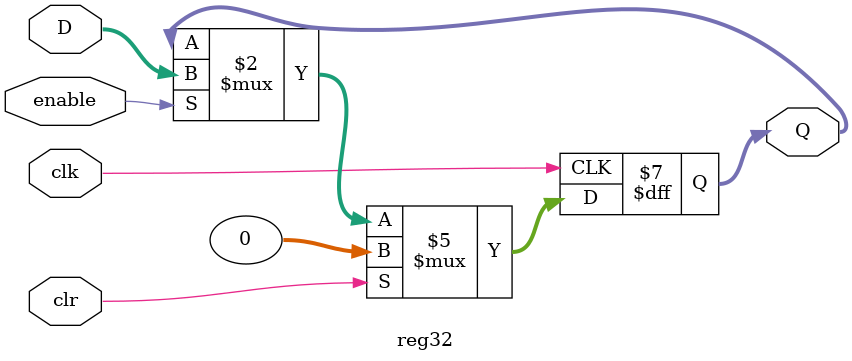
<source format=v>

module reg32 #(parameter q0 = 0) (
    clr,            // clear signal
    clk,            // clock signal
    enable,         // write/enable signal
    D,              // input D (from BusMuxOut)
    Q);               // output Q (into BusMuxIn)

    input wire clr, clk, enable;
    input wire [31:0]D;             // wire (connects to Bus)
    output reg [31:0]Q;             // register (actually stores something)

    always @(posedge clk) begin
      if (clr) Q <= 0;              // if clear, set the output to 0
      else if (enable) Q <= D;      // if enable, set the output to whatever came from the bus (D)
    end
endmodule

// https://stackoverflow.com/questions/33459048/what-is-the-difference-between-reg-and-wire-in-a-verilog-module

</source>
